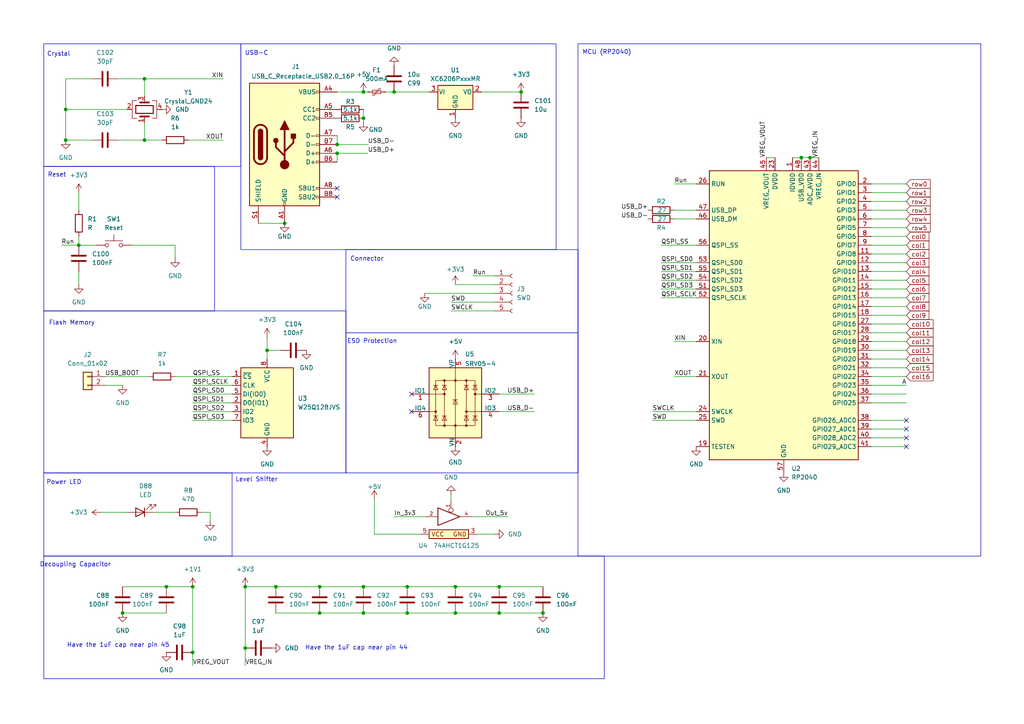
<source format=kicad_sch>
(kicad_sch (version 20231120) (generator "eeschema") (generator_version "8.0")
  (paper "A4")
  (lib_symbols
    (symbol "74xGxx:74AHCT1G125" (pin_names (offset 1.016))
      (property "Reference" "U5" (at -0.635 -8.255 0))
      (property "Value" "74AHCT1G125" (at -0.635 -11.0301 0))
      (symbol "74AHCT1G125_0_0"
        (text "GND" (at 2.54 -5.08 0) (effects (font (size 1.27 1.27))))
        (text "VCC" (at -3.81 -5.08 0) (effects (font (size 1.27 1.27))))
      )
      (symbol "74AHCT1G125_1_1"
        (pin input inverted (at 0 5.08 270) (length 3.81) (name "~") (number "1"))
        (pin input line (at -7.62 0 0) (length 3.81) (name "~") (number "2"))
        (pin output line (at 7.62 -5.08 180) (length 2.54) (name "") (number "3"))
        (pin power_in line (at 1.27 -1.27 270) (length 0) hide (name "GND") (number "3"))
        (pin tri_state line (at 6.35 0 180) (length 3.81) (name "~") (number "4"))
        (pin input line (at -8.89 -5.08 0) (length 2.54) (name "") (number "5"))
        (pin power_in line (at 1.27 1.27 90) (length 0) hide (name "VCC") (number "5"))
      )
    )
    (symbol "Connector:Conn_01x05_Female" (pin_names (offset 1.016) hide)
      (property "Reference" "J" (at 0 7.62 0))
      (property "Value" "Conn_01x05_Female" (at 0 -7.62 0))
      (symbol "Conn_01x05_Female_1_1"
        (pin passive line (at -5.08 5.08 0) (length 3.81) (name "Pin_1") (number "1"))
        (pin passive line (at -5.08 2.54 0) (length 3.81) (name "Pin_2") (number "2"))
        (pin passive line (at -5.08 0 0) (length 3.81) (name "Pin_3") (number "3"))
        (pin passive line (at -5.08 -2.54 0) (length 3.81) (name "Pin_4") (number "4"))
        (pin passive line (at -5.08 -5.08 0) (length 3.81) (name "Pin_5") (number "5"))
      )
    )
    (symbol "Connector:USB_C_Receptacle_USB2.0_16P" (pin_names (offset 1.016))
      (property "Reference" "J" (at 0 22.225 0))
      (property "Value" "USB_C_Receptacle_USB2.0_16P" (at 0 19.685 0))
      (symbol "USB_C_Receptacle_USB2.0_16P_1_1"
        (pin passive line (at 0 -22.86 90) (length 5.08) (name "GND") (number "A1"))
        (pin passive line (at 0 -22.86 90) (length 5.08) hide (name "GND") (number "A12"))
        (pin passive line (at 15.24 15.24 180) (length 5.08) (name "VBUS") (number "A4"))
        (pin bidirectional line (at 15.24 10.16 180) (length 5.08) (name "CC1") (number "A5"))
        (pin bidirectional line (at 15.24 -2.54 180) (length 5.08) (name "D+") (number "A6"))
        (pin bidirectional line (at 15.24 2.54 180) (length 5.08) (name "D-") (number "A7"))
        (pin bidirectional line (at 15.24 -12.7 180) (length 5.08) (name "SBU1") (number "A8"))
        (pin passive line (at 15.24 15.24 180) (length 5.08) hide (name "VBUS") (number "A9"))
        (pin passive line (at 0 -22.86 90) (length 5.08) hide (name "GND") (number "B1"))
        (pin passive line (at 0 -22.86 90) (length 5.08) hide (name "GND") (number "B12"))
        (pin passive line (at 15.24 15.24 180) (length 5.08) hide (name "VBUS") (number "B4"))
        (pin bidirectional line (at 15.24 7.62 180) (length 5.08) (name "CC2") (number "B5"))
        (pin bidirectional line (at 15.24 -5.08 180) (length 5.08) (name "D+") (number "B6"))
        (pin bidirectional line (at 15.24 0 180) (length 5.08) (name "D-") (number "B7"))
        (pin bidirectional line (at 15.24 -15.24 180) (length 5.08) (name "SBU2") (number "B8"))
        (pin passive line (at 15.24 15.24 180) (length 5.08) hide (name "VBUS") (number "B9"))
        (pin passive line (at -7.62 -22.86 90) (length 5.08) (name "SHIELD") (number "S1"))
      )
    )
    (symbol "Connector_Generic:Conn_01x02" (pin_names (offset 1.016) hide)
      (property "Reference" "J" (at 0 2.54 0))
      (property "Value" "Conn_01x02" (at 0 -5.08 0))
      (symbol "Conn_01x02_1_1"
        (pin passive line (at -5.08 0 0) (length 3.81) (name "Pin_1") (number "1"))
        (pin passive line (at -5.08 -2.54 0) (length 3.81) (name "Pin_2") (number "2"))
      )
    )
    (symbol "Device:C" (pin_numbers hide) (pin_names (offset 0.254))
      (property "Reference" "C" (at 0.635 2.54 0))
      (property "Value" "C" (at 0.635 -2.54 0))
      (symbol "C_1_1"
        (pin passive line (at 0 3.81 270) (length 2.794) (name "~") (number "1"))
        (pin passive line (at 0 -3.81 90) (length 2.794) (name "~") (number "2"))
      )
    )
    (symbol "Device:Crystal_GND24" (pin_names (offset 1.016) hide)
      (property "Reference" "Y" (at 3.175 5.08 0))
      (property "Value" "Crystal_GND24" (at 3.175 3.175 0))
      (symbol "Crystal_GND24_1_1"
        (pin passive line (at -3.81 0 0) (length 1.27) (name "1") (number "1"))
        (pin passive line (at 0 5.08 270) (length 1.27) (name "2") (number "2"))
        (pin passive line (at 3.81 0 180) (length 1.27) (name "3") (number "3"))
        (pin passive line (at 0 -5.08 90) (length 1.27) (name "4") (number "4"))
      )
    )
    (symbol "Device:LED" (pin_numbers hide) (pin_names (offset 1.016) hide)
      (property "Reference" "D" (at 0 2.54 0))
      (property "Value" "LED" (at 0 -2.54 0))
      (symbol "LED_1_1"
        (pin passive line (at -3.81 0 0) (length 2.54) (name "K") (number "1"))
        (pin passive line (at 3.81 0 180) (length 2.54) (name "A") (number "2"))
      )
    )
    (symbol "Device:Polyfuse_Small" (pin_numbers hide) (pin_names (offset 0))
      (property "Reference" "F" (at -1.905 0 90))
      (property "Value" "Polyfuse_Small" (at 1.905 0 90))
      (symbol "Polyfuse_Small_1_1"
        (pin passive line (at 0 2.54 270) (length 0.635) (name "~") (number "1"))
        (pin passive line (at 0 -2.54 90) (length 0.635) (name "~") (number "2"))
      )
    )
    (symbol "Device:R" (pin_numbers hide) (pin_names (offset 0))
      (property "Reference" "R" (at 2.032 0 90))
      (property "Value" "R" (at 0 0 90))
      (symbol "R_1_1"
        (pin passive line (at 0 3.81 270) (length 1.27) (name "~") (number "1"))
        (pin passive line (at 0 -3.81 90) (length 1.27) (name "~") (number "2"))
      )
    )
    (symbol "MCU_RaspberryPi:RP2040"
      (property "Reference" "U" (at 17.78 45.72 0))
      (property "Value" "RP2040" (at 17.78 43.18 0))
      (symbol "RP2040_1_1"
        (pin power_in line (at 2.54 45.72 270) (length 3.81) (name "IOVDD") (number "1"))
        (pin passive line (at 2.54 45.72 270) (length 3.81) hide (name "IOVDD") (number "10"))
        (pin bidirectional line (at 25.4 17.78 180) (length 3.81) (name "GPIO8") (number "11"))
        (pin bidirectional line (at 25.4 15.24 180) (length 3.81) (name "GPIO9") (number "12"))
        (pin bidirectional line (at 25.4 12.7 180) (length 3.81) (name "GPIO10") (number "13"))
        (pin bidirectional line (at 25.4 10.16 180) (length 3.81) (name "GPIO11") (number "14"))
        (pin bidirectional line (at 25.4 7.62 180) (length 3.81) (name "GPIO12") (number "15"))
        (pin bidirectional line (at 25.4 5.08 180) (length 3.81) (name "GPIO13") (number "16"))
        (pin bidirectional line (at 25.4 2.54 180) (length 3.81) (name "GPIO14") (number "17"))
        (pin bidirectional line (at 25.4 0 180) (length 3.81) (name "GPIO15") (number "18"))
        (pin input line (at -25.4 -38.1 0) (length 3.81) (name "TESTEN") (number "19"))
        (pin bidirectional line (at 25.4 38.1 180) (length 3.81) (name "GPIO0") (number "2"))
        (pin input line (at -25.4 -7.62 0) (length 3.81) (name "XIN") (number "20"))
        (pin passive line (at -25.4 -17.78 0) (length 3.81) (name "XOUT") (number "21"))
        (pin passive line (at 2.54 45.72 270) (length 3.81) hide (name "IOVDD") (number "22"))
        (pin power_in line (at -2.54 45.72 270) (length 3.81) (name "DVDD") (number "23"))
        (pin input line (at -25.4 -27.94 0) (length 3.81) (name "SWCLK") (number "24"))
        (pin bidirectional line (at -25.4 -30.48 0) (length 3.81) (name "SWD") (number "25"))
        (pin input line (at -25.4 38.1 0) (length 3.81) (name "RUN") (number "26"))
        (pin bidirectional line (at 25.4 -2.54 180) (length 3.81) (name "GPIO16") (number "27"))
        (pin bidirectional line (at 25.4 -5.08 180) (length 3.81) (name "GPIO17") (number "28"))
        (pin bidirectional line (at 25.4 -7.62 180) (length 3.81) (name "GPIO18") (number "29"))
        (pin bidirectional line (at 25.4 35.56 180) (length 3.81) (name "GPIO1") (number "3"))
        (pin bidirectional line (at 25.4 -10.16 180) (length 3.81) (name "GPIO19") (number "30"))
        (pin bidirectional line (at 25.4 -12.7 180) (length 3.81) (name "GPIO20") (number "31"))
        (pin bidirectional line (at 25.4 -15.24 180) (length 3.81) (name "GPIO21") (number "32"))
        (pin passive line (at 2.54 45.72 270) (length 3.81) hide (name "IOVDD") (number "33"))
        (pin bidirectional line (at 25.4 -17.78 180) (length 3.81) (name "GPIO22") (number "34"))
        (pin bidirectional line (at 25.4 -20.32 180) (length 3.81) (name "GPIO23") (number "35"))
        (pin bidirectional line (at 25.4 -22.86 180) (length 3.81) (name "GPIO24") (number "36"))
        (pin bidirectional line (at 25.4 -25.4 180) (length 3.81) (name "GPIO25") (number "37"))
        (pin bidirectional line (at 25.4 -30.48 180) (length 3.81) (name "GPIO26_ADC0") (number "38"))
        (pin bidirectional line (at 25.4 -33.02 180) (length 3.81) (name "GPIO27_ADC1") (number "39"))
        (pin bidirectional line (at 25.4 33.02 180) (length 3.81) (name "GPIO2") (number "4"))
        (pin bidirectional line (at 25.4 -35.56 180) (length 3.81) (name "GPIO28_ADC2") (number "40"))
        (pin bidirectional line (at 25.4 -38.1 180) (length 3.81) (name "GPIO29_ADC3") (number "41"))
        (pin passive line (at 2.54 45.72 270) (length 3.81) hide (name "IOVDD") (number "42"))
        (pin power_in line (at 7.62 45.72 270) (length 3.81) (name "ADC_AVDD") (number "43"))
        (pin power_in line (at 10.16 45.72 270) (length 3.81) (name "VREG_IN") (number "44"))
        (pin power_out line (at -5.08 45.72 270) (length 3.81) (name "VREG_VOUT") (number "45"))
        (pin bidirectional line (at -25.4 27.94 0) (length 3.81) (name "USB_DM") (number "46"))
        (pin bidirectional line (at -25.4 30.48 0) (length 3.81) (name "USB_DP") (number "47"))
        (pin power_in line (at 5.08 45.72 270) (length 3.81) (name "USB_VDD") (number "48"))
        (pin passive line (at 2.54 45.72 270) (length 3.81) hide (name "IOVDD") (number "49"))
        (pin bidirectional line (at 25.4 30.48 180) (length 3.81) (name "GPIO3") (number "5"))
        (pin passive line (at -2.54 45.72 270) (length 3.81) hide (name "DVDD") (number "50"))
        (pin bidirectional line (at -25.4 7.62 0) (length 3.81) (name "QSPI_SD3") (number "51"))
        (pin output line (at -25.4 5.08 0) (length 3.81) (name "QSPI_SCLK") (number "52"))
        (pin bidirectional line (at -25.4 15.24 0) (length 3.81) (name "QSPI_SD0") (number "53"))
        (pin bidirectional line (at -25.4 10.16 0) (length 3.81) (name "QSPI_SD2") (number "54"))
        (pin bidirectional line (at -25.4 12.7 0) (length 3.81) (name "QSPI_SD1") (number "55"))
        (pin bidirectional line (at -25.4 20.32 0) (length 3.81) (name "QSPI_SS") (number "56"))
        (pin power_in line (at 0 -45.72 90) (length 3.81) (name "GND") (number "57"))
        (pin bidirectional line (at 25.4 27.94 180) (length 3.81) (name "GPIO4") (number "6"))
        (pin bidirectional line (at 25.4 25.4 180) (length 3.81) (name "GPIO5") (number "7"))
        (pin bidirectional line (at 25.4 22.86 180) (length 3.81) (name "GPIO6") (number "8"))
        (pin bidirectional line (at 25.4 20.32 180) (length 3.81) (name "GPIO7") (number "9"))
      )
    )
    (symbol "Memory_Flash:W25Q128JVS"
      (property "Reference" "U" (at -6.35 11.43 0))
      (property "Value" "W25Q128JVS" (at 7.62 11.43 0))
      (symbol "W25Q128JVS_1_1"
        (pin input line (at -10.16 7.62 0) (length 2.54) (name "~{CS}") (number "1"))
        (pin bidirectional line (at -10.16 0 0) (length 2.54) (name "DO(IO1)") (number "2"))
        (pin bidirectional line (at -10.16 -2.54 0) (length 2.54) (name "IO2") (number "3"))
        (pin power_in line (at 0 -12.7 90) (length 2.54) (name "GND") (number "4"))
        (pin bidirectional line (at -10.16 2.54 0) (length 2.54) (name "DI(IO0)") (number "5"))
        (pin input line (at -10.16 5.08 0) (length 2.54) (name "CLK") (number "6"))
        (pin bidirectional line (at -10.16 -5.08 0) (length 2.54) (name "IO3") (number "7"))
        (pin power_in line (at 0 12.7 270) (length 2.54) (name "VCC") (number "8"))
      )
    )
    (symbol "Regulator_Linear:XC6206PxxxMR" (pin_names (offset 0.254))
      (property "Reference" "U" (at -3.81 3.175 0))
      (property "Value" "XC6206PxxxMR" (at 0 3.175 0))
      (symbol "XC6206PxxxMR_1_1"
        (pin power_in line (at 0 -7.62 90) (length 2.54) (name "GND") (number "1"))
        (pin power_out line (at 7.62 0 180) (length 2.54) (name "VO") (number "2"))
        (pin power_in line (at -7.62 0 0) (length 2.54) (name "VI") (number "3"))
      )
    )
    (symbol "Switch:SW_Push" (pin_numbers hide) (pin_names (offset 1.016) hide)
      (property "Reference" "SW" (at 1.27 2.54 0))
      (property "Value" "SW_Push" (at 0 -1.524 0))
      (symbol "SW_Push_0_1"
        (pin passive line (at -5.08 0 0) (length 2.54) (name "1") (number "1"))
        (pin passive line (at 5.08 0 180) (length 2.54) (name "2") (number "2"))
      )
    )
    (symbol "marbastlib-various:SRV05-4" (pin_names (offset 0))
      (property "Reference" "U" (at -5.08 11.43 0))
      (property "Value" "SRV05-4" (at 2.54 11.43 0))
      (symbol "SRV05-4_1_1"
        (pin passive line (at -12.7 2.54 0) (length 5.08) (name "IO1") (number "1"))
        (pin passive line (at 0 -12.7 90) (length 2.54) (name "VN") (number "2"))
        (pin passive line (at 12.7 2.54 180) (length 5.08) (name "IO2") (number "3"))
        (pin passive line (at 12.7 -2.54 180) (length 5.08) (name "IO3") (number "4"))
        (pin passive line (at 0 12.7 270) (length 2.54) (name "VP") (number "5"))
        (pin passive line (at -12.7 -2.54 0) (length 5.08) (name "IO4") (number "6"))
      )
    )
    (symbol "power:+1V1" (power) (pin_numbers hide) (pin_names (offset 0) hide)
      (property "Value" "+1V1" (at 0 3.556 0))
      (symbol "+1V1_1_1"
        (pin power_in line (at 0 0 90) (length 0) (name "~") (number "1"))
      )
    )
    (symbol "power:+3V3" (power) (pin_numbers hide) (pin_names (offset 0) hide)
      (property "Value" "+3V3" (at 0 3.556 0))
      (symbol "+3V3_1_1"
        (pin power_in line (at 0 0 90) (length 0) (name "~") (number "1"))
      )
    )
    (symbol "power:+5V" (power) (pin_numbers hide) (pin_names (offset 0) hide)
      (property "Value" "+5V" (at 0 3.556 0))
      (symbol "+5V_1_1"
        (pin power_in line (at 0 0 90) (length 0) (name "~") (number "1"))
      )
    )
    (symbol "power:GND" (power) (pin_numbers hide) (pin_names (offset 0) hide)
      (property "Value" "GND" (at 0 -3.81 0))
      (symbol "GND_1_1"
        (pin power_in line (at 0 0 270) (length 0) (name "~") (number "1"))
      )
    )
  )
  (junction (at 234.95 45.72))
  (junction (at 118.11 177.8))
  (junction (at 105.41 177.8))
  (junction (at 48.26 170.18))
  (junction (at 19.05 31.75))
  (junction (at 77.47 101.6))
  (junction (at 151.13 26.67))
  (junction (at 132.08 177.8))
  (junction (at 22.86 71.12))
  (junction (at 41.91 40.64))
  (junction (at 97.79 44.45))
  (junction (at 105.41 26.67))
  (junction (at 144.78 170.18))
  (junction (at 35.56 177.8))
  (junction (at 105.41 170.18))
  (junction (at 132.08 170.18))
  (junction (at 55.88 189.23))
  (junction (at 157.48 177.8))
  (junction (at 71.12 170.18))
  (junction (at 71.12 187.96))
  (junction (at 97.79 41.91))
  (junction (at 144.78 177.8))
  (junction (at 55.88 170.18))
  (junction (at 80.01 170.18))
  (junction (at 232.41 45.72))
  (junction (at 118.11 170.18))
  (junction (at 92.71 170.18))
  (junction (at 82.55 64.77))
  (junction (at 41.91 22.86))
  (junction (at 105.41 34.29))
  (junction (at 92.71 177.8))
  (junction (at 114.3 26.67))
  (junction (at 19.05 40.64))
  (no_connect (at 119.38 119.38))
  (no_connect (at 262.89 129.54))
  (no_connect (at 262.89 127))
  (no_connect (at 97.79 54.61))
  (no_connect (at 119.38 114.3))
  (no_connect (at 262.89 121.92))
  (no_connect (at 262.89 124.46))
  (no_connect (at 97.79 57.15))
  (wire (pts (xy 252.73 58.42) (xy 262.89 58.42)))
  (wire (pts (xy 80.01 170.18) (xy 92.71 170.18)))
  (wire (pts (xy 144.78 119.38) (xy 154.94 119.38)))
  (wire (pts (xy 55.88 121.92) (xy 67.31 121.92)))
  (wire (pts (xy 191.77 83.82) (xy 201.93 83.82)))
  (wire (pts (xy 19.05 40.64) (xy 19.05 31.75)))
  (wire (pts (xy 252.73 68.58) (xy 262.89 68.58)))
  (wire (pts (xy 108.585 154.94) (xy 108.585 144.78)))
  (wire (pts (xy 252.73 55.88) (xy 262.89 55.88)))
  (wire (pts (xy 48.26 170.18) (xy 55.88 170.18)))
  (wire (pts (xy 114.3 26.67) (xy 124.46 26.67)))
  (wire (pts (xy 252.73 104.14) (xy 262.89 104.14)))
  (wire (pts (xy 71.12 170.18) (xy 80.01 170.18)))
  (wire (pts (xy 77.47 101.6) (xy 81.28 101.6)))
  (wire (pts (xy 77.47 97.79) (xy 77.47 101.6)))
  (wire (pts (xy 144.78 114.3) (xy 154.94 114.3)))
  (wire (pts (xy 252.73 60.96) (xy 262.89 60.96)))
  (wire (pts (xy 234.95 45.72) (xy 237.49 45.72)))
  (wire (pts (xy 97.79 44.45) (xy 106.68 44.45)))
  (wire (pts (xy 41.91 27.94) (xy 41.91 22.86)))
  (wire (pts (xy 48.26 170.18) (xy 35.56 170.18)))
  (wire (pts (xy 252.73 99.06) (xy 262.89 99.06)))
  (wire (pts (xy 252.73 81.28) (xy 262.89 81.28)))
  (wire (pts (xy 132.08 170.18) (xy 144.78 170.18)))
  (wire (pts (xy 189.23 119.38) (xy 201.93 119.38)))
  (wire (pts (xy 74.93 64.77) (xy 82.55 64.77)))
  (wire (pts (xy 252.73 76.2) (xy 262.89 76.2)))
  (wire (pts (xy 77.47 101.6) (xy 77.47 104.14)))
  (wire (pts (xy 195.58 63.5) (xy 201.93 63.5)))
  (wire (pts (xy 41.91 40.64) (xy 46.99 40.64)))
  (wire (pts (xy 55.88 116.84) (xy 67.31 116.84)))
  (wire (pts (xy 195.58 109.22) (xy 201.93 109.22)))
  (wire (pts (xy 252.73 71.12) (xy 262.89 71.12)))
  (wire (pts (xy 144.78 170.18) (xy 157.48 170.18)))
  (wire (pts (xy 92.71 170.18) (xy 105.41 170.18)))
  (wire (pts (xy 252.73 124.46) (xy 262.89 124.46)))
  (wire (pts (xy 29.21 148.59) (xy 36.83 148.59)))
  (wire (pts (xy 252.73 116.84) (xy 262.89 116.84)))
  (wire (pts (xy 50.8 109.22) (xy 67.31 109.22)))
  (wire (pts (xy 55.88 170.18) (xy 55.88 189.23)))
  (wire (pts (xy 55.88 111.76) (xy 67.31 111.76)))
  (wire (pts (xy 191.77 78.74) (xy 201.93 78.74)))
  (wire (pts (xy 50.8 71.12) (xy 50.8 74.93)))
  (wire (pts (xy 252.73 96.52) (xy 262.89 96.52)))
  (wire (pts (xy 252.73 91.44) (xy 262.89 91.44)))
  (wire (pts (xy 22.86 78.74) (xy 22.86 82.55)))
  (wire (pts (xy 222.25 45.72) (xy 224.79 45.72)))
  (wire (pts (xy 54.61 40.64) (xy 64.77 40.64)))
  (wire (pts (xy 252.73 109.22) (xy 262.89 109.22)))
  (wire (pts (xy 191.77 71.12) (xy 201.93 71.12)))
  (wire (pts (xy 30.48 111.76) (xy 35.56 111.76)))
  (wire (pts (xy 105.41 26.67) (xy 106.68 26.67)))
  (wire (pts (xy 252.73 83.82) (xy 262.89 83.82)))
  (wire (pts (xy 130.81 144.78) (xy 130.81 143.51)))
  (wire (pts (xy 191.77 76.2) (xy 201.93 76.2)))
  (wire (pts (xy 121.92 154.94) (xy 108.585 154.94)))
  (wire (pts (xy 118.11 177.8) (xy 132.08 177.8)))
  (wire (pts (xy 34.29 40.64) (xy 41.91 40.64)))
  (wire (pts (xy 26.67 40.64) (xy 19.05 40.64)))
  (wire (pts (xy 195.58 99.06) (xy 201.93 99.06)))
  (wire (pts (xy 55.88 119.38) (xy 67.31 119.38)))
  (wire (pts (xy 130.81 90.17) (xy 143.51 90.17)))
  (wire (pts (xy 41.91 22.86) (xy 64.77 22.86)))
  (wire (pts (xy 130.81 87.63) (xy 143.51 87.63)))
  (wire (pts (xy 252.73 53.34) (xy 262.89 53.34)))
  (wire (pts (xy 71.12 187.96) (xy 71.12 193.04)))
  (wire (pts (xy 105.41 170.18) (xy 118.11 170.18)))
  (wire (pts (xy 252.73 88.9) (xy 262.89 88.9)))
  (wire (pts (xy 252.73 111.76) (xy 262.89 111.76)))
  (wire (pts (xy 106.68 41.91) (xy 97.79 41.91)))
  (wire (pts (xy 17.78 71.12) (xy 22.86 71.12)))
  (wire (pts (xy 137.16 80.01) (xy 143.51 80.01)))
  (wire (pts (xy 97.79 44.45) (xy 97.79 46.99)))
  (wire (pts (xy 114.3 149.86) (xy 123.19 149.86)))
  (wire (pts (xy 97.79 26.67) (xy 105.41 26.67)))
  (wire (pts (xy 229.87 45.72) (xy 232.41 45.72)))
  (wire (pts (xy 19.05 31.75) (xy 19.05 22.86)))
  (wire (pts (xy 19.05 31.75) (xy 36.83 31.75)))
  (wire (pts (xy 252.73 121.92) (xy 262.89 121.92)))
  (wire (pts (xy 132.08 177.8) (xy 144.78 177.8)))
  (wire (pts (xy 139.7 26.67) (xy 151.13 26.67)))
  (wire (pts (xy 97.79 39.37) (xy 97.79 41.91)))
  (wire (pts (xy 252.73 114.3) (xy 262.89 114.3)))
  (wire (pts (xy 30.48 109.22) (xy 43.18 109.22)))
  (wire (pts (xy 55.88 114.3) (xy 67.31 114.3)))
  (wire (pts (xy 252.73 78.74) (xy 262.89 78.74)))
  (wire (pts (xy 252.73 66.04) (xy 262.89 66.04)))
  (wire (pts (xy 105.41 35.56) (xy 105.41 34.29)))
  (wire (pts (xy 92.71 177.8) (xy 105.41 177.8)))
  (wire (pts (xy 80.01 177.8) (xy 92.71 177.8)))
  (wire (pts (xy 34.29 22.86) (xy 41.91 22.86)))
  (wire (pts (xy 252.73 129.54) (xy 262.89 129.54)))
  (wire (pts (xy 252.73 63.5) (xy 262.89 63.5)))
  (wire (pts (xy 191.77 86.36) (xy 201.93 86.36)))
  (wire (pts (xy 189.23 121.92) (xy 201.93 121.92)))
  (wire (pts (xy 195.58 53.34) (xy 201.93 53.34)))
  (wire (pts (xy 137.16 149.86) (xy 147.32 149.86)))
  (wire (pts (xy 44.45 148.59) (xy 50.8 148.59)))
  (wire (pts (xy 19.05 22.86) (xy 26.67 22.86)))
  (wire (pts (xy 111.76 26.67) (xy 114.3 26.67)))
  (wire (pts (xy 22.86 68.58) (xy 22.86 71.12)))
  (wire (pts (xy 60.96 148.59) (xy 60.96 151.13)))
  (wire (pts (xy 123.19 85.09) (xy 143.51 85.09)))
  (wire (pts (xy 38.1 71.12) (xy 50.8 71.12)))
  (wire (pts (xy 252.73 127) (xy 262.89 127)))
  (wire (pts (xy 55.88 189.23) (xy 55.88 193.04)))
  (wire (pts (xy 252.73 73.66) (xy 262.89 73.66)))
  (wire (pts (xy 262.89 106.68) (xy 252.73 106.68)))
  (wire (pts (xy 22.86 71.12) (xy 27.94 71.12)))
  (wire (pts (xy 138.43 154.94) (xy 143.51 154.94)))
  (wire (pts (xy 58.42 148.59) (xy 60.96 148.59)))
  (wire (pts (xy 132.08 82.55) (xy 143.51 82.55)))
  (wire (pts (xy 232.41 45.72) (xy 234.95 45.72)))
  (wire (pts (xy 252.73 101.6) (xy 262.89 101.6)))
  (wire (pts (xy 71.12 170.18) (xy 71.12 187.96)))
  (wire (pts (xy 105.41 177.8) (xy 118.11 177.8)))
  (wire (pts (xy 118.11 170.18) (xy 132.08 170.18)))
  (wire (pts (xy 195.58 60.96) (xy 201.93 60.96)))
  (wire (pts (xy 252.73 93.98) (xy 262.89 93.98)))
  (wire (pts (xy 252.73 86.36) (xy 262.89 86.36)))
  (wire (pts (xy 191.77 81.28) (xy 201.93 81.28)))
  (wire (pts (xy 105.41 31.75) (xy 105.41 34.29)))
  (wire (pts (xy 22.86 55.88) (xy 22.86 60.96)))
  (wire (pts (xy 48.26 177.8) (xy 35.56 177.8)))
  (wire (pts (xy 41.91 35.56) (xy 41.91 40.64)))
  (wire (pts (xy 144.78 177.8) (xy 157.48 177.8)))
  (rectangle (start 100.33 96.52) (end 167.64 137.16))
  (rectangle (start 12.7 161.29) (end 175.26 196.85))
  (rectangle (start 167.64 12.7) (end 284.48 161.29))
  (rectangle (start 12.7 12.7) (end 69.85 48.26))
  (rectangle (start 12.7 137.16) (end 67.31 161.29))
  (rectangle (start 100.33 72.39) (end 167.64 96.52))
  (rectangle (start 69.85 12.7) (end 161.29 72.39))
  (rectangle (start 12.7 48.26) (end 62.23 90.17))
  (rectangle (start 12.7 90.17) (end 100.33 137.16))
  (text "Flash Memory" (at 20.828 93.726 0) (effects (font (size 1.27 1.27))))
  (text "Connector" (at 106.426 75.184 0) (effects (font (size 1.27 1.27))))
  (text "Power LED" (at 18.542 139.954 0) (effects (font (size 1.27 1.27))))
  (text "ESD Protection" (at 107.95 99.06 0) (effects (font (size 1.27 1.27))))
  (text "Decoupling Capacitor" (at 21.844 163.83 0) (effects (font (size 1.27 1.27))))
  (text "Have the 1uF cap near pin 45" (at 34.29 187.198 0) (effects (font (size 1.27 1.27))))
  (text "MCU (RP2040)\n" (at 176.022 15.24 0) (effects (font (size 1.27 1.27))))
  (text "USB-C" (at 74.422 15.494 0) (effects (font (size 1.27 1.27))))
  (text "Level Shifter\n" (at 74.422 139.192 0) (effects (font (size 1.27 1.27))))
  (text "Crystal" (at 17.018 15.748 0) (effects (font (size 1.27 1.27))))
  (text "Have the 1uF cap near pin 44" (at 103.378 187.96 0) (effects (font (size 1.27 1.27))))
  (text "Reset" (at 16.51 50.8 0) (effects (font (size 1.27 1.27))))
  (label "In_3v3" (at 114.3 149.86 0))
  (label "QSPI_SS" (at 191.77 71.12 0))
  (label "Out_5v" (at 147.32 149.86 180))
  (label "USB_D-" (at 187.96 63.5 180))
  (label "QSPI_SD3" (at 55.88 121.92 0))
  (label "Run" (at 195.58 53.34 0))
  (label "QSPI_SCLK" (at 191.77 86.36 0))
  (label "USB_D-" (at 154.94 119.38 180))
  (label "USB_D+" (at 154.94 114.3 180))
  (label "XIN" (at 195.58 99.06 0))
  (label "VREG_IN" (at 71.12 193.04 0))
  (label "VREG_IN" (at 237.49 45.72 90))
  (label "QSPI_SD2" (at 191.77 81.28 0))
  (label "USB_D+" (at 187.96 60.96 180))
  (label "Run" (at 137.16 80.01 0))
  (label "QSPI_SD1" (at 191.77 78.74 0))
  (label "SWD" (at 189.23 121.92 0))
  (label "QSPI_SD3" (at 191.77 83.82 0))
  (label "QSPI_SD2" (at 55.88 119.38 0))
  (label "VREG_VOUT" (at 55.88 193.04 0))
  (label "USB_D+" (at 106.68 44.45 0))
  (label "USB_D-" (at 106.68 41.91 0))
  (label "VREG_VOUT" (at 222.25 45.72 90))
  (label "Run" (at 17.78 71.12 0))
  (label "QSPI_SS" (at 55.88 109.22 0))
  (label "QSPI_SCLK" (at 55.88 111.76 0))
  (label "QSPI_SD0" (at 191.77 76.2 0))
  (label "QSPI_SD1" (at 55.88 116.84 0))
  (label "XOUT" (at 195.58 109.22 0))
  (label "SWD" (at 130.81 87.63 0))
  (label "XOUT" (at 64.77 40.64 180))
  (label "A" (at 262.89 111.76 180))
  (label "USB_BOOT" (at 30.48 109.22 0))
  (label "SWCLK" (at 130.81 90.17 0))
  (label "XIN" (at 64.77 22.86 180))
  (label "QSPI_SD0" (at 55.88 114.3 0))
  (label "SWCLK" (at 189.23 119.38 0))
  (global_label "col7" (shape input) (at 262.89 86.36 0) (property "Intersheetrefs" "${INTERSHEET_REFS}" (effects (hide yes))))
  (global_label "col0" (shape input) (at 262.89 68.58 0) (property "Intersheetrefs" "${INTERSHEET_REFS}" (effects (hide yes))))
  (global_label "col9" (shape input) (at 262.89 91.44 0) (property "Intersheetrefs" "${INTERSHEET_REFS}" (effects (hide yes))))
  (global_label "col5" (shape input) (at 262.89 81.28 0) (property "Intersheetrefs" "${INTERSHEET_REFS}" (effects (hide yes))))
  (global_label "col1" (shape input) (at 262.89 71.12 0) (property "Intersheetrefs" "${INTERSHEET_REFS}" (effects (hide yes))))
  (global_label "row1" (shape input) (at 262.89 55.88 0) (property "Intersheetrefs" "${INTERSHEET_REFS}" (effects (hide yes))))
  (global_label "col4" (shape input) (at 262.89 78.74 0) (property "Intersheetrefs" "${INTERSHEET_REFS}" (effects (hide yes))))
  (global_label "col8" (shape input) (at 262.89 88.9 0) (property "Intersheetrefs" "${INTERSHEET_REFS}" (effects (hide yes))))
  (global_label "col16" (shape input) (at 262.89 109.22 0) (property "Intersheetrefs" "${INTERSHEET_REFS}" (effects (hide yes))))
  (global_label "row3" (shape input) (at 262.89 60.96 0) (property "Intersheetrefs" "${INTERSHEET_REFS}" (effects (hide yes))))
  (global_label "row4" (shape input) (at 262.89 63.5 0) (property "Intersheetrefs" "${INTERSHEET_REFS}" (effects (hide yes))))
  (global_label "row0" (shape input) (at 262.89 53.34 0) (property "Intersheetrefs" "${INTERSHEET_REFS}" (effects (hide yes))))
  (global_label "col3" (shape input) (at 262.89 76.2 0) (property "Intersheetrefs" "${INTERSHEET_REFS}" (effects (hide yes))))
  (global_label "col15" (shape input) (at 262.89 106.68 0) (property "Intersheetrefs" "${INTERSHEET_REFS}" (effects (hide yes))))
  (global_label "col6" (shape input) (at 262.89 83.82 0) (property "Intersheetrefs" "${INTERSHEET_REFS}" (effects (hide yes))))
  (global_label "col14" (shape input) (at 262.89 104.14 0) (property "Intersheetrefs" "${INTERSHEET_REFS}" (effects (hide yes))))
  (global_label "col2" (shape input) (at 262.89 73.66 0) (property "Intersheetrefs" "${INTERSHEET_REFS}" (effects (hide yes))))
  (global_label "row2" (shape input) (at 262.89 58.42 0) (property "Intersheetrefs" "${INTERSHEET_REFS}" (effects (hide yes))))
  (global_label "col12" (shape input) (at 262.89 99.06 0) (property "Intersheetrefs" "${INTERSHEET_REFS}" (effects (hide yes))))
  (global_label "col10" (shape input) (at 262.89 93.98 0) (property "Intersheetrefs" "${INTERSHEET_REFS}" (effects (hide yes))))
  (global_label "col13" (shape input) (at 262.89 101.6 0) (property "Intersheetrefs" "${INTERSHEET_REFS}" (effects (hide yes))))
  (global_label "col11" (shape input) (at 262.89 96.52 0) (property "Intersheetrefs" "${INTERSHEET_REFS}" (effects (hide yes))))
  (global_label "row5" (shape input) (at 262.89 66.04 0) (property "Intersheetrefs" "${INTERSHEET_REFS}" (effects (hide yes))))
  (symbol (lib_id "Device:C") (at 30.48 22.86 90) (unit 1)
    (property "Reference" "C102" (at 30.48 15.24 90))
    (property "Value" "30pF" (at 30.48 17.78 90))
    (property "Footprint" "Capacitor_SMD:C_0603_1608Metric_Pad1.08x0.95mm_HandSolder" (effects (hide yes)))
    (property "Description" "Unpolarized capacitor" (effects (hide yes)))
  )
  (symbol (lib_id "Device:C") (at 48.26 173.99 0) (mirror y) (unit 1)
    (property "Reference" "C89" (at 44.45 172.7199 0) (effects (justify left)))
    (property "Value" "100nF" (at 44.45 175.2599 0) (effects (justify left)))
    (property "Footprint" "Capacitor_SMD:C_0603_1608Metric_Pad1.08x0.95mm_HandSolder" (effects (hide yes)))
    (property "Description" "Unpolarized capacitor" (effects (hide yes)))
  )
  (symbol (lib_id "power:GND") (at 19.05 40.64 0) (unit 1)
    (property "Reference" "#PWR030" (effects (hide yes)))
    (property "Value" "GND" (at 19.05 45.72 0))
    (property "Description" "Power symbol creates a global label with name \"GND\" , ground" (effects (hide yes)))
  )
  (symbol (lib_id "Device:R") (at 46.99 109.22 90) (unit 1)
    (property "Reference" "R7" (at 46.99 102.87 90))
    (property "Value" "1k" (at 46.99 105.41 90))
    (property "Footprint" "Resistor_SMD:R_0603_1608Metric_Pad0.98x0.95mm_HandSolder" (effects (hide yes)))
    (property "Description" "Resistor" (effects (hide yes)))
  )
  (symbol (lib_id "power:+1V1") (at 55.88 170.18 0) (unit 1)
    (property "Reference" "#PWR013" (effects (hide yes)))
    (property "Value" "+1V1" (at 55.88 165.1 0))
    (property "Description" "Power symbol creates a global label with name \"+1V1\"" (effects (hide yes)))
  )
  (symbol (lib_id "Device:C") (at 74.93 187.96 90) (unit 1)
    (property "Reference" "C97" (at 74.93 180.34 90))
    (property "Value" "1uF" (at 74.93 182.88 90))
    (property "Footprint" "Capacitor_SMD:C_0603_1608Metric_Pad1.08x0.95mm_HandSolder" (effects (hide yes)))
    (property "Description" "Unpolarized capacitor" (effects (hide yes)))
  )
  (symbol (lib_id "Device:R") (at 101.6 34.29 90) (unit 1)
    (property "Reference" "R5" (at 101.6 36.83 90))
    (property "Value" "5.1k" (at 101.6 34.29 90))
    (property "Footprint" "Resistor_SMD:R_0603_1608Metric_Pad0.98x0.95mm_HandSolder" (effects (hide yes)))
    (property "Description" "Resistor" (effects (hide yes)))
  )
  (symbol (lib_id "power:GND") (at 46.99 31.75 90) (unit 1)
    (property "Reference" "#PWR029" (effects (hide yes)))
    (property "Value" "GND" (at 50.8 31.7499 90) (effects (justify right)))
    (property "Description" "Power symbol creates a global label with name \"GND\" , ground" (effects (hide yes)))
  )
  (symbol (lib_id "Device:LED") (at 40.64 148.59 180) (unit 1)
    (property "Reference" "D88" (at 42.2275 140.97 0))
    (property "Value" "LED" (at 42.2275 143.51 0))
    (property "Footprint" "LED_SMD:LED_0603_1608Metric_Pad1.05x0.95mm_HandSolder" (effects (hide yes)))
    (property "Description" "Light emitting diode" (effects (hide yes)))
  )
  (symbol (lib_id "power:GND") (at 151.13 34.29 0) (unit 1)
    (property "Reference" "#PWR025" (effects (hide yes)))
    (property "Value" "GND" (at 151.13 39.37 0))
    (property "Description" "Power symbol creates a global label with name \"GND\" , ground" (effects (hide yes)))
  )
  (symbol (lib_id "power:+5V") (at 108.585 144.78 0) (unit 1)
    (property "Reference" "#PWR044" (effects (hide yes)))
    (property "Value" "+5V" (at 108.585 141.1755 0))
  )
  (symbol (lib_id "Regulator_Linear:XC6206PxxxMR") (at 132.08 26.67 0) (unit 1)
    (property "Reference" "U1" (at 132.08 20.32 0))
    (property "Value" "XC6206PxxxMR" (at 132.08 22.86 0))
    (property "Footprint" "Package_TO_SOT_SMD:SOT-23-3" (effects (hide yes)))
    (property "Datasheet" "https://www.torexsemi.com/file/xc6206/XC6206.pdf" (effects (hide yes)))
    (property "Description" "Positive 60-250mA Low Dropout Regulator, Fixed Output, SOT-23" (effects (hide yes)))
  )
  (symbol (lib_id "power:GND") (at 35.56 177.8 0) (mirror y) (unit 1)
    (property "Reference" "#PWR015" (effects (hide yes)))
    (property "Value" "GND" (at 35.56 182.88 0))
    (property "Description" "Power symbol creates a global label with name \"GND\" , ground" (effects (hide yes)))
  )
  (symbol (lib_id "power:GND") (at 78.74 187.96 90) (unit 1)
    (property "Reference" "#PWR018" (effects (hide yes)))
    (property "Value" "GND" (at 82.55 187.9599 90) (effects (justify right)))
    (property "Description" "Power symbol creates a global label with name \"GND\" , ground" (effects (hide yes)))
  )
  (symbol (lib_id "power:GND") (at 105.41 35.56 0) (unit 1)
    (property "Reference" "#PWR027" (effects (hide yes)))
    (property "Value" "GND" (at 108.966 37.592 0))
    (property "Description" "Power symbol creates a global label with name \"GND\" , ground" (effects (hide yes)))
  )
  (symbol (lib_id "Device:C") (at 144.78 173.99 0) (unit 1)
    (property "Reference" "C95" (at 148.59 172.7199 0) (effects (justify left)))
    (property "Value" "100nF" (at 148.59 175.2599 0) (effects (justify left)))
    (property "Footprint" "Capacitor_SMD:C_0603_1608Metric_Pad1.08x0.95mm_HandSolder" (effects (hide yes)))
    (property "Description" "Unpolarized capacitor" (effects (hide yes)))
  )
  (symbol (lib_id "Device:C") (at 52.07 189.23 90) (unit 1)
    (property "Reference" "C98" (at 52.07 181.61 90))
    (property "Value" "1uF" (at 52.07 184.15 90))
    (property "Footprint" "Capacitor_SMD:C_0603_1608Metric_Pad1.08x0.95mm_HandSolder" (effects (hide yes)))
    (property "Description" "Unpolarized capacitor" (effects (hide yes)))
  )
  (symbol (lib_id "Connector:Conn_01x05_Female") (at 148.59 85.09 0) (unit 1)
    (property "Reference" "J3" (at 149.86 83.8199 0) (effects (justify left)))
    (property "Value" "SWD" (at 149.86 86.3599 0) (effects (justify left)))
    (property "Footprint" "Connector_PinHeader_2.54mm:PinHeader_1x05_P2.54mm_Vertical" (effects (hide yes)))
  )
  (symbol (lib_id "power:+3V3") (at 22.86 55.88 0) (unit 1)
    (property "Reference" "#PWR017" (effects (hide yes)))
    (property "Value" "+3V3" (at 22.86 50.8 0))
    (property "Description" "Power symbol creates a global label with name \"+3V3\"" (effects (hide yes)))
  )
  (symbol (lib_id "power:GND") (at 48.26 189.23 0) (unit 1)
    (property "Reference" "#PWR019" (effects (hide yes)))
    (property "Value" "GND" (at 48.26 194.31 0))
    (property "Description" "Power symbol creates a global label with name \"GND\" , ground" (effects (hide yes)))
  )
  (symbol (lib_id "power:+3V3") (at 77.47 97.79 0) (unit 1)
    (property "Reference" "#PWR031" (effects (hide yes)))
    (property "Value" "+3V3" (at 77.47 92.71 0))
    (property "Description" "Power symbol creates a global label with name \"+3V3\"" (effects (hide yes)))
  )
  (symbol (lib_id "power:GND") (at 60.96 151.13 0) (unit 1)
    (property "Reference" "#PWR038" (effects (hide yes)))
    (property "Value" "GND" (at 60.96 156.21 0))
    (property "Description" "Power symbol creates a global label with name \"GND\" , ground" (effects (hide yes)))
  )
  (symbol (lib_id "power:GND") (at 132.08 34.29 0) (unit 1)
    (property "Reference" "#PWR024" (effects (hide yes)))
    (property "Value" "GND" (at 132.08 39.37 0))
    (property "Description" "Power symbol creates a global label with name \"GND\" , ground" (effects (hide yes)))
  )
  (symbol (lib_id "power:GND") (at 50.8 74.93 0) (unit 1)
    (property "Reference" "#PWR023" (effects (hide yes)))
    (property "Value" "GND" (at 50.8 80.01 0))
    (property "Description" "Power symbol creates a global label with name \"GND\" , ground" (effects (hide yes)))
  )
  (symbol (lib_id "Device:C") (at 157.48 173.99 0) (unit 1)
    (property "Reference" "C96" (at 161.29 172.7199 0) (effects (justify left)))
    (property "Value" "100nF" (at 161.29 175.2599 0) (effects (justify left)))
    (property "Footprint" "Capacitor_SMD:C_0603_1608Metric_Pad1.08x0.95mm_HandSolder" (effects (hide yes)))
    (property "Description" "Unpolarized capacitor" (effects (hide yes)))
  )
  (symbol (lib_id "Connector_Generic:Conn_01x02") (at 25.4 109.22 0) (mirror y) (unit 1)
    (property "Reference" "J2" (at 25.4 102.87 0))
    (property "Value" "Conn_01x02" (at 25.4 105.41 0))
    (property "Footprint" "Connector_JST:JST_EH_B2B-EH-A_1x02_P2.50mm_Vertical" (effects (hide yes)))
    (property "Description" "Generic connector, single row, 01x02, script generated (kicad-library-utils/schlib/autogen/connector/)" (effects (hide yes)))
  )
  (symbol (lib_id "Device:C") (at 35.56 173.99 0) (mirror y) (unit 1)
    (property "Reference" "C88" (at 31.75 172.7199 0) (effects (justify left)))
    (property "Value" "100nF" (at 31.75 175.2599 0) (effects (justify left)))
    (property "Footprint" "Capacitor_SMD:C_0603_1608Metric_Pad1.08x0.95mm_HandSolder" (effects (hide yes)))
    (property "Description" "Unpolarized capacitor" (effects (hide yes)))
  )
  (symbol (lib_id "power:GND") (at 22.86 82.55 0) (unit 1)
    (property "Reference" "#PWR026" (effects (hide yes)))
    (property "Value" "GND" (at 22.86 87.63 0))
    (property "Description" "Power symbol creates a global label with name \"GND\" , ground" (effects (hide yes)))
  )
  (symbol (lib_id "Device:Polyfuse_Small") (at 109.22 26.67 90) (unit 1)
    (property "Reference" "F1" (at 109.22 20.32 90))
    (property "Value" "500mA" (at 109.22 22.86 90))
    (property "Footprint" "Fuse:Fuse_1206_3216Metric" (effects (hide yes)))
    (property "LCSC" "C70076" (effects (hide yes)))
  )
  (symbol (lib_id "Device:R") (at 191.77 60.96 90) (unit 1)
    (property "Reference" "R2" (at 191.77 58.42 90))
    (property "Value" "27" (at 192.024 60.96 90))
    (property "Footprint" "Resistor_SMD:R_0603_1608Metric_Pad0.98x0.95mm_HandSolder" (effects (hide yes)))
    (property "Description" "Resistor" (effects (hide yes)))
  )
  (symbol (lib_id "power:GND") (at 88.9 101.6 0) (unit 1)
    (property "Reference" "#PWR032" (effects (hide yes)))
    (property "Value" "GND" (at 88.9 106.68 0))
    (property "Description" "Power symbol creates a global label with name \"GND\" , ground" (effects (hide yes)))
  )
  (symbol (lib_id "Device:R") (at 191.77 63.5 270) (unit 1)
    (property "Reference" "R4" (at 191.77 66.04 90))
    (property "Value" "27" (at 192.024 63.5 90))
    (property "Footprint" "Resistor_SMD:R_0603_1608Metric_Pad0.98x0.95mm_HandSolder" (effects (hide yes)))
    (property "Description" "Resistor" (effects (hide yes)))
  )
  (symbol (lib_id "power:GND") (at 35.56 111.76 0) (unit 1)
    (property "Reference" "#PWR034" (effects (hide yes)))
    (property "Value" "GND" (at 35.56 116.84 0))
    (property "Description" "Power symbol creates a global label with name \"GND\" , ground" (effects (hide yes)))
  )
  (symbol (lib_id "Device:C") (at 80.01 173.99 0) (unit 1)
    (property "Reference" "C90" (at 83.82 172.7199 0) (effects (justify left)))
    (property "Value" "100nF" (at 83.82 175.2599 0) (effects (justify left)))
    (property "Footprint" "Capacitor_SMD:C_0603_1608Metric_Pad1.08x0.95mm_HandSolder" (effects (hide yes)))
    (property "Description" "Unpolarized capacitor" (effects (hide yes)))
  )
  (symbol (lib_id "Memory_Flash:W25Q128JVS") (at 77.47 116.84 0) (unit 1)
    (property "Reference" "U3" (at 86.36 115.5699 0) (effects (justify left)))
    (property "Value" "W25Q128JVS" (at 86.36 118.1099 0) (effects (justify left)))
    (property "Footprint" "Package_SO:SOIC-8_5.23x5.23mm_P1.27mm" (effects (hide yes)))
    (property "Datasheet" "https://www.winbond.com/resource-files/w25q128jv_dtr%20revc%2003272018%20plus.pdf" (effects (hide yes)))
    (property "Description" "128Mb Serial Flash Memory, Standard/Dual/Quad SPI, SOIC-8" (effects (hide yes)))
  )
  (symbol (lib_id "power:GND") (at 77.47 129.54 0) (unit 1)
    (property "Reference" "#PWR036" (effects (hide yes)))
    (property "Value" "GND" (at 77.47 134.62 0))
    (property "Description" "Power symbol creates a global label with name \"GND\" , ground" (effects (hide yes)))
  )
  (symbol (lib_id "power:+3V3") (at 29.21 148.59 90) (unit 1)
    (property "Reference" "#PWR037" (effects (hide yes)))
    (property "Value" "+3V3" (at 25.4 148.5899 90) (effects (justify left)))
    (property "Description" "Power symbol creates a global label with name \"+3V3\"" (effects (hide yes)))
  )
  (symbol (lib_id "power:GND") (at 157.48 177.8 0) (unit 1)
    (property "Reference" "#PWR016" (effects (hide yes)))
    (property "Value" "GND" (at 157.48 182.88 0))
    (property "Description" "Power symbol creates a global label with name \"GND\" , ground" (effects (hide yes)))
  )
  (symbol (lib_id "Device:C") (at 85.09 101.6 90) (unit 1)
    (property "Reference" "C104" (at 85.09 93.98 90))
    (property "Value" "100nF" (at 85.09 96.52 90))
    (property "Footprint" "Capacitor_SMD:C_0603_1608Metric_Pad1.08x0.95mm_HandSolder" (effects (hide yes)))
    (property "Description" "Unpolarized capacitor" (effects (hide yes)))
  )
  (symbol (lib_id "Device:C") (at 118.11 173.99 0) (unit 1)
    (property "Reference" "C93" (at 121.92 172.7199 0) (effects (justify left)))
    (property "Value" "100nF" (at 121.92 175.2599 0) (effects (justify left)))
    (property "Footprint" "Capacitor_SMD:C_0603_1608Metric_Pad1.08x0.95mm_HandSolder" (effects (hide yes)))
    (property "Description" "Unpolarized capacitor" (effects (hide yes)))
  )
  (symbol (lib_id "power:+3V3") (at 132.08 82.55 0) (unit 1)
    (property "Reference" "#PWR039" (effects (hide yes)))
    (property "Value" "+3V3" (at 132.08 78.105 0))
  )
  (symbol (lib_id "Device:C") (at 151.13 30.48 0) (unit 1)
    (property "Reference" "C101" (at 154.94 29.2099 0) (effects (justify left)))
    (property "Value" "10u" (at 154.94 31.7499 0) (effects (justify left)))
    (property "Footprint" "Capacitor_SMD:C_0603_1608Metric_Pad1.08x0.95mm_HandSolder" (effects (hide yes)))
    (property "Description" "Unpolarized capacitor" (effects (hide yes)))
  )
  (symbol (lib_id "Device:C") (at 92.71 173.99 0) (unit 1)
    (property "Reference" "C91" (at 96.52 172.7199 0) (effects (justify left)))
    (property "Value" "100nF" (at 96.52 175.2599 0) (effects (justify left)))
    (property "Footprint" "Capacitor_SMD:C_0603_1608Metric_Pad1.08x0.95mm_HandSolder" (effects (hide yes)))
    (property "Description" "Unpolarized capacitor" (effects (hide yes)))
  )
  (symbol (lib_id "power:GND") (at 114.3 19.05 0) (mirror x) (unit 1)
    (property "Reference" "#PWR020" (effects (hide yes)))
    (property "Value" "GND" (at 114.3 13.97 0))
    (property "Description" "Power symbol creates a global label with name \"GND\" , ground" (effects (hide yes)))
  )
  (symbol (lib_id "Device:R") (at 22.86 64.77 0) (unit 1)
    (property "Reference" "R1" (at 25.4 63.4999 0) (effects (justify left)))
    (property "Value" "R" (at 25.4 66.0399 0) (effects (justify left)))
    (property "Footprint" "Resistor_SMD:R_0603_1608Metric_Pad0.98x0.95mm_HandSolder" (effects (hide yes)))
    (property "Description" "Resistor" (effects (hide yes)))
  )
  (symbol (lib_id "power:GND") (at 201.93 129.54 0) (unit 1)
    (property "Reference" "#PWR033" (effects (hide yes)))
    (property "Value" "GND" (at 201.93 134.62 0))
    (property "Description" "Power symbol creates a global label with name \"GND\" , ground" (effects (hide yes)))
  )
  (symbol (lib_id "Switch:SW_Push") (at 33.02 71.12 0) (unit 1)
    (property "Reference" "SW1" (at 33.02 63.5 0))
    (property "Value" "Reset" (at 33.02 66.04 0))
    (property "Footprint" "Button_Switch_SMD:SW_SPST_Omron_B3FS-100xP" (effects (hide yes)))
    (property "Description" "Push button switch, generic, two pins" (effects (hide yes)))
  )
  (symbol (lib_id "Device:C") (at 22.86 74.93 0) (unit 1)
    (property "Reference" "C100" (at 26.67 73.6599 0) (effects (justify left)))
    (property "Value" "100nF" (at 26.67 76.1999 0) (effects (justify left)))
    (property "Footprint" "Capacitor_SMD:C_0603_1608Metric_Pad1.08x0.95mm_HandSolder" (effects (hide yes)))
    (property "Description" "Unpolarized capacitor" (effects (hide yes)))
  )
  (symbol (lib_id "Device:C") (at 132.08 173.99 0) (unit 1)
    (property "Reference" "C94" (at 135.89 172.7199 0) (effects (justify left)))
    (property "Value" "100nF" (at 135.89 175.2599 0) (effects (justify left)))
    (property "Footprint" "Capacitor_SMD:C_0603_1608Metric_Pad1.08x0.95mm_HandSolder" (effects (hide yes)))
    (property "Description" "Unpolarized capacitor" (effects (hide yes)))
  )
  (symbol (lib_id "power:GND") (at 123.19 85.09 0) (unit 1)
    (property "Reference" "#PWR040" (effects (hide yes)))
    (property "Value" "GND" (at 123.19 88.9 0))
  )
  (symbol (lib_id "marbastlib-various:SRV05-4") (at 132.08 116.84 0) (unit 1)
    (property "Reference" "U5" (at 134.8487 102.7135 0) (effects (justify left)))
    (property "Value" "SRV05-4" (at 134.8487 105.4886 0) (effects (justify left)))
    (property "Footprint" "Package_TO_SOT_SMD:TSOT-23-6_HandSoldering" (effects (hide yes)))
    (property "Datasheet" "http://www.onsemi.com/pub/Collateral/SRV05-4-D.PDF" (effects (hide yes)))
    (property "LCSC" "C85364" (effects (hide yes)))
  )
  (symbol (lib_id "Device:R") (at 50.8 40.64 90) (unit 1)
    (property "Reference" "R6" (at 50.8 34.29 90))
    (property "Value" "1k" (at 50.8 36.83 90))
    (property "Footprint" "Resistor_SMD:R_0603_1608Metric_Pad0.98x0.95mm_HandSolder" (effects (hide yes)))
    (property "Description" "Resistor" (effects (hide yes)))
  )
  (symbol (lib_id "Device:C") (at 105.41 173.99 0) (unit 1)
    (property "Reference" "C92" (at 109.22 172.7199 0) (effects (justify left)))
    (property "Value" "100nF" (at 109.22 175.2599 0) (effects (justify left)))
    (property "Footprint" "Capacitor_SMD:C_0603_1608Metric_Pad1.08x0.95mm_HandSolder" (effects (hide yes)))
    (property "Description" "Unpolarized capacitor" (effects (hide yes)))
  )
  (symbol (lib_id "power:GND") (at 227.33 137.16 0) (unit 1)
    (property "Reference" "#PWR035" (effects (hide yes)))
    (property "Value" "GND" (at 227.33 142.24 0))
    (property "Description" "Power symbol creates a global label with name \"GND\" , ground" (effects (hide yes)))
  )
  (symbol (lib_id "Device:R") (at 54.61 148.59 90) (unit 1)
    (property "Reference" "R8" (at 54.61 142.24 90))
    (property "Value" "470" (at 54.61 144.78 90))
    (property "Footprint" "Resistor_SMD:R_0603_1608Metric_Pad0.98x0.95mm_HandSolder" (effects (hide yes)))
    (property "Description" "Resistor" (effects (hide yes)))
  )
  (symbol (lib_id "Device:R") (at 101.6 31.75 90) (unit 1)
    (property "Reference" "R3" (at 101.6 29.464 90))
    (property "Value" "5.1k" (at 101.6 31.75 90))
    (property "Footprint" "Resistor_SMD:R_0603_1608Metric_Pad0.98x0.95mm_HandSolder" (effects (hide yes)))
    (property "Description" "Resistor" (effects (hide yes)))
  )
  (symbol (lib_id "74xGxx:74AHCT1G125") (at 130.81 149.86 0) (unit 1)
    (property "Reference" "U4" (at 122.682 158.242 0))
    (property "Value" "74AHCT1G125" (at 132.334 158.242 0))
    (property "Footprint" "Package_TO_SOT_SMD:SOT-23-5" (effects (hide yes)))
    (property "Datasheet" "http://www.ti.com/lit/sg/scyt129e/scyt129e.pdf" (effects (hide yes)))
    (property "LCSC" "C7484" (effects (hide yes)))
  )
  (symbol (lib_id "power:+3V3") (at 151.13 26.67 0) (unit 1)
    (property "Reference" "#PWR022" (effects (hide yes)))
    (property "Value" "+3V3" (at 151.13 21.59 0))
    (property "Description" "Power symbol creates a global label with name \"+3V3\"" (effects (hide yes)))
  )
  (symbol (lib_id "Connector:USB_C_Receptacle_USB2.0_16P") (at 82.55 41.91 0) (unit 1)
    (property "Reference" "J1" (at 84.582 19.304 0) (effects (justify left)))
    (property "Value" "USB_C_Receptacle_USB2.0_16P" (at 72.898 22.098 0) (effects (justify left)))
    (property "Footprint" "Connector_USB:USB_C_Receptacle_GCT_USB4105-xx-A_16P_TopMnt_Horizontal" (effects (hide yes)))
    (property "Datasheet" "https://www.usb.org/sites/default/files/documents/usb_type-c.zip" (effects (hide yes)))
    (property "Description" "USB 2.0-only 16P Type-C Receptacle connector" (effects (hide yes)))
  )
  (symbol (lib_id "Device:Crystal_GND24") (at 41.91 31.75 90) (unit 1)
    (property "Reference" "Y1" (at 54.61 26.7968 90))
    (property "Value" "Crystal_GND24" (at 54.61 29.3368 90))
    (property "Footprint" "Crystal:Crystal_SMD_Abracon_ABM8G-4Pin_3.2x2.5mm" (effects (hide yes)))
    (property "Description" "Four pin crystal, GND on pins 2 and 4" (effects (hide yes)))
  )
  (symbol (lib_id "Device:C") (at 114.3 22.86 0) (mirror x) (unit 1)
    (property "Reference" "C99" (at 118.11 24.1301 0) (effects (justify left)))
    (property "Value" "10u" (at 118.11 21.5901 0) (effects (justify left)))
    (property "Footprint" "Capacitor_SMD:C_0603_1608Metric_Pad1.08x0.95mm_HandSolder" (effects (hide yes)))
    (property "Description" "Unpolarized capacitor" (effects (hide yes)))
  )
  (symbol (lib_id "power:+3V3") (at 71.12 170.18 0) (unit 1)
    (property "Reference" "#PWR014" (effects (hide yes)))
    (property "Value" "+3V3" (at 71.12 165.1 0))
    (property "Description" "Power symbol creates a global label with name \"+3V3\"" (effects (hide yes)))
  )
  (symbol (lib_id "power:GND") (at 82.55 64.77 0) (unit 1)
    (property "Reference" "#PWR028" (effects (hide yes)))
    (property "Value" "GND" (at 84.582 68.58 0) (effects (justify right)))
    (property "Description" "Power symbol creates a global label with name \"GND\" , ground" (effects (hide yes)))
  )
  (symbol (lib_id "power:GND") (at 130.81 143.51 180) (unit 1)
    (property "Reference" "#PWR043" (effects (hide yes)))
    (property "Value" "GND" (at 130.81 138.43 0))
  )
  (symbol (lib_id "power:GND") (at 143.51 154.94 90) (unit 1)
    (property "Reference" "#PWR048" (effects (hide yes)))
    (property "Value" "GND" (at 147.32 154.9399 90) (effects (justify right)))
  )
  (symbol (lib_id "power:GND") (at 132.08 129.54 0) (unit 1)
    (property "Reference" "#PWR042" (effects (hide yes)))
    (property "Value" "GND" (at 132.08 134.1025 0))
  )
  (symbol (lib_id "power:+5V") (at 132.08 104.14 0) (unit 1)
    (property "Reference" "#PWR041" (effects (hide yes)))
    (property "Value" "+5V" (at 132.08 99.06 0))
    (property "Description" "Power symbol creates a global label with name \"+5V\"" (effects (hide yes)))
  )
  (symbol (lib_id "MCU_RaspberryPi:RP2040") (at 227.33 91.44 0) (unit 1)
    (property "Reference" "U2" (at 229.5241 135.89 0) (effects (justify left)))
    (property "Value" "RP2040" (at 229.5241 138.43 0) (effects (justify left)))
    (property "Footprint" "Package_DFN_QFN:QFN-56-1EP_7x7mm_P0.4mm_EP3.2x3.2mm" (effects (hide yes)))
    (property "Datasheet" "https://datasheets.raspberrypi.com/rp2040/rp2040-datasheet.pdf" (effects (hide yes)))
    (property "Description" "A microcontroller by Raspberry Pi" (effects (hide yes)))
  )
  (symbol (lib_id "power:+5V") (at 105.41 26.67 0) (unit 1)
    (property "Reference" "#PWR021" (effects (hide yes)))
    (property "Value" "+5V" (at 105.41 21.59 0))
    (property "Description" "Power symbol creates a global label with name \"+5V\"" (effects (hide yes)))
  )
  (symbol (lib_id "Device:C") (at 30.48 40.64 90) (unit 1)
    (property "Reference" "C103" (at 30.48 33.02 90))
    (property "Value" "30pF" (at 30.48 35.56 90))
    (property "Footprint" "Capacitor_SMD:C_0603_1608Metric_Pad1.08x0.95mm_HandSolder" (effects (hide yes)))
    (property "Description" "Unpolarized capacitor" (effects (hide yes)))
  )
)
</source>
